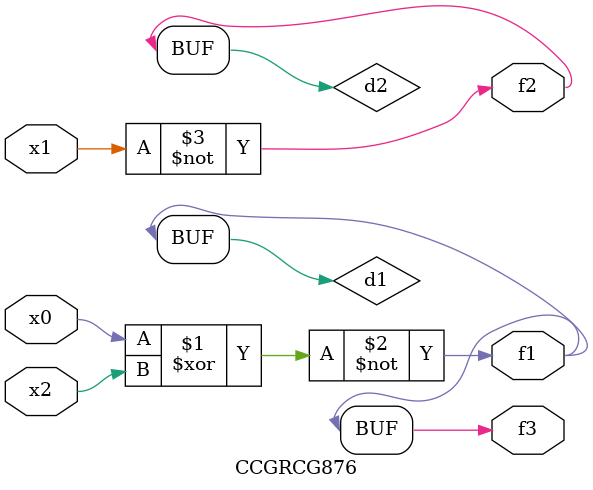
<source format=v>
module CCGRCG876(
	input x0, x1, x2,
	output f1, f2, f3
);

	wire d1, d2, d3;

	xnor (d1, x0, x2);
	nand (d2, x1);
	nor (d3, x1, x2);
	assign f1 = d1;
	assign f2 = d2;
	assign f3 = d1;
endmodule

</source>
